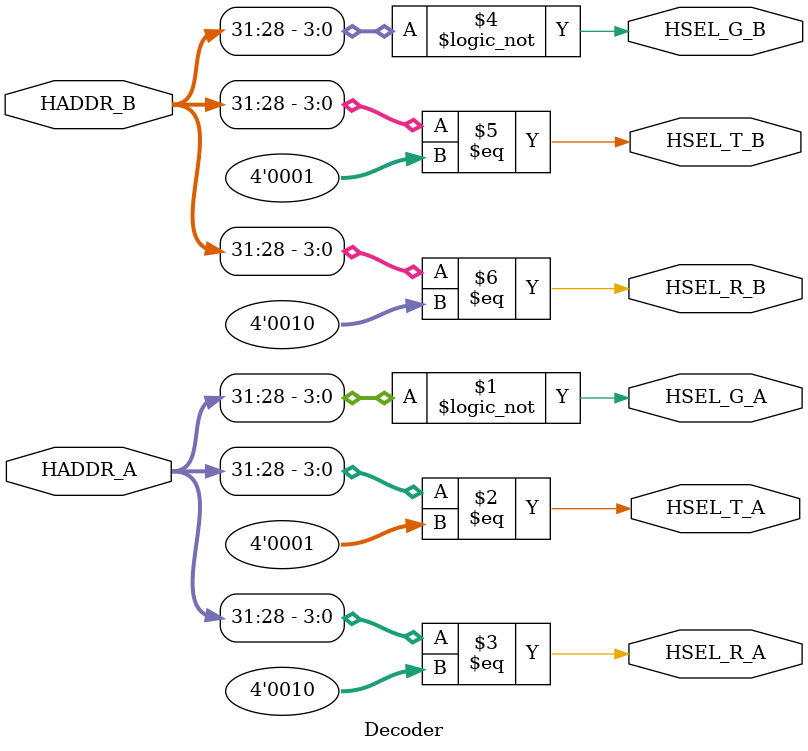
<source format=sv>
`timescale 1ns/1ps

module Decoder(
    input [31:0]    HADDR_A,
    input [31:0]    HADDR_B,
    output          HSEL_G_A,
    output          HSEL_T_A,
    output          HSEL_R_A,
    output          HSEL_G_B,
    output          HSEL_T_B,
    output          HSEL_R_B
);

// Address decode logic for slave selection from master A
assign HSEL_G_A = (HADDR_A[31:28] == 4'b0000);  //(32'h0000_0000 -> 32'h0FFF_FFFF)
assign HSEL_T_A = (HADDR_A[31:28] == 4'b0001);  //(32'h1000_0000 -> 32'h1FFF_FFFF)
assign HSEL_R_A = (HADDR_A[31:28] == 4'b0010);  //(32'h2000_0000 -> 32'h2FFF_FFFF)

// Address decode logic for slave selection from master B
assign HSEL_G_B = (HADDR_B[31:28] == 4'b0000);  //(32'h0000_0000 -> 32'h0FFF_FFFF)
assign HSEL_T_B = (HADDR_B[31:28] == 4'b0001);  //(32'h1000_0000 -> 32'h1FFF_FFFF)
assign HSEL_R_B = (HADDR_B[31:28] == 4'b0010);  //(32'h2000_0000 -> 32'h2FFF_FFFF)
endmodule
</source>
